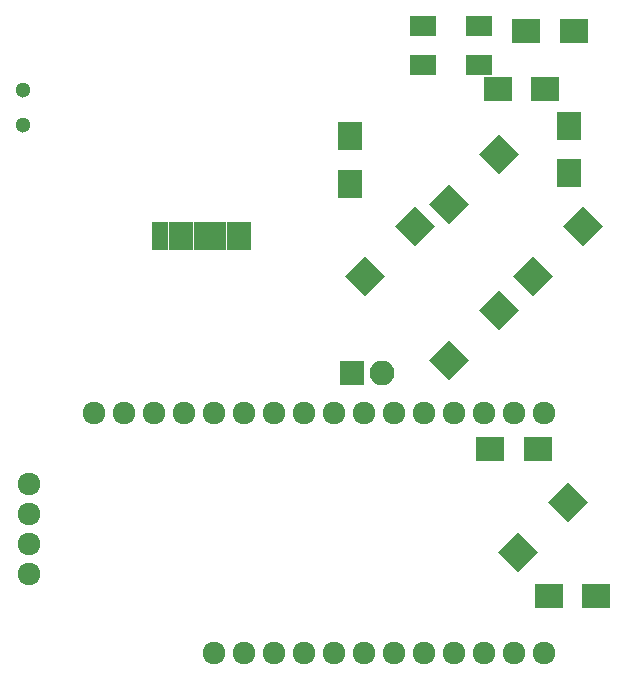
<source format=gbr>
G04 #@! TF.FileFunction,Soldermask,Top*
%FSLAX46Y46*%
G04 Gerber Fmt 4.6, Leading zero omitted, Abs format (unit mm)*
G04 Created by KiCad (PCBNEW 4.0.4-stable) date 04/18/19 20:28:09*
%MOMM*%
%LPD*%
G01*
G04 APERTURE LIST*
%ADD10C,0.100000*%
%ADD11R,2.100000X2.100000*%
%ADD12O,2.100000X2.100000*%
%ADD13C,1.924000*%
%ADD14C,1.300000*%
%ADD15R,2.400000X2.000000*%
%ADD16R,0.750000X2.400000*%
%ADD17R,2.100000X2.400000*%
%ADD18R,2.400000X2.100000*%
%ADD19R,2.200000X1.800000*%
G04 APERTURE END LIST*
D10*
D11*
X127635000Y-64897000D03*
D12*
X130175000Y-64897000D03*
D10*
G36*
X131268691Y-52454253D02*
X132965747Y-50757197D01*
X134662803Y-52454253D01*
X132965747Y-54151309D01*
X131268691Y-52454253D01*
X131268691Y-52454253D01*
G37*
G36*
X127026051Y-56696893D02*
X128723107Y-54999837D01*
X130420163Y-56696893D01*
X128723107Y-58393949D01*
X127026051Y-56696893D01*
X127026051Y-56696893D01*
G37*
G36*
X138380691Y-59566253D02*
X140077747Y-57869197D01*
X141774803Y-59566253D01*
X140077747Y-61263309D01*
X138380691Y-59566253D01*
X138380691Y-59566253D01*
G37*
G36*
X134138051Y-63808893D02*
X135835107Y-62111837D01*
X137532163Y-63808893D01*
X135835107Y-65505949D01*
X134138051Y-63808893D01*
X134138051Y-63808893D01*
G37*
G36*
X138380691Y-46358253D02*
X140077747Y-44661197D01*
X141774803Y-46358253D01*
X140077747Y-48055309D01*
X138380691Y-46358253D01*
X138380691Y-46358253D01*
G37*
G36*
X134138051Y-50600893D02*
X135835107Y-48903837D01*
X137532163Y-50600893D01*
X135835107Y-52297949D01*
X134138051Y-50600893D01*
X134138051Y-50600893D01*
G37*
G36*
X145492691Y-52454253D02*
X147189747Y-50757197D01*
X148886803Y-52454253D01*
X147189747Y-54151309D01*
X145492691Y-52454253D01*
X145492691Y-52454253D01*
G37*
G36*
X141250051Y-56696893D02*
X142947107Y-54999837D01*
X144644163Y-56696893D01*
X142947107Y-58393949D01*
X141250051Y-56696893D01*
X141250051Y-56696893D01*
G37*
G36*
X144222691Y-75822253D02*
X145919747Y-74125197D01*
X147616803Y-75822253D01*
X145919747Y-77519309D01*
X144222691Y-75822253D01*
X144222691Y-75822253D01*
G37*
G36*
X139980051Y-80064893D02*
X141677107Y-78367837D01*
X143374163Y-80064893D01*
X141677107Y-81761949D01*
X139980051Y-80064893D01*
X139980051Y-80064893D01*
G37*
D13*
X100330000Y-81915000D03*
X100330000Y-79375000D03*
X100330000Y-76835000D03*
X100330000Y-74295000D03*
D14*
X99746000Y-43918000D03*
X99746000Y-40918000D03*
D15*
X144304000Y-83820000D03*
X148304000Y-83820000D03*
D13*
X105791000Y-68326000D03*
X108331000Y-68326000D03*
X110871000Y-68326000D03*
X113411000Y-68326000D03*
X115951000Y-68326000D03*
X118491000Y-68326000D03*
X121031000Y-68326000D03*
X123571000Y-68326000D03*
X126111000Y-68326000D03*
X128651000Y-68326000D03*
X131191000Y-68326000D03*
X133731000Y-68326000D03*
X136271000Y-68326000D03*
X138811000Y-68326000D03*
X141351000Y-68326000D03*
X143891000Y-68326000D03*
X143891000Y-88646000D03*
X141351000Y-88646000D03*
X138811000Y-88646000D03*
X136271000Y-88646000D03*
X133731000Y-88646000D03*
X131191000Y-88646000D03*
X128651000Y-88646000D03*
X126111000Y-88646000D03*
X123571000Y-88646000D03*
X121031000Y-88646000D03*
X118491000Y-88646000D03*
X115951000Y-88646000D03*
D16*
X118760000Y-53340000D03*
X118060000Y-53340000D03*
X117360000Y-53340000D03*
X116660000Y-53340000D03*
X115960000Y-53340000D03*
X115260000Y-53340000D03*
X114560000Y-53340000D03*
X113860000Y-53340000D03*
X113160000Y-53340000D03*
X112460000Y-53340000D03*
X111760000Y-53340000D03*
X111060000Y-53340000D03*
D17*
X127508000Y-44863000D03*
X127508000Y-48863000D03*
D18*
X143986000Y-40894000D03*
X139986000Y-40894000D03*
D17*
X146050000Y-47974000D03*
X146050000Y-43974000D03*
D18*
X139351000Y-71374000D03*
X143351000Y-71374000D03*
X142399000Y-35941000D03*
X146399000Y-35941000D03*
D19*
X133617000Y-35561000D03*
X133617000Y-38861000D03*
X138417000Y-38861000D03*
X138417000Y-35561000D03*
M02*

</source>
